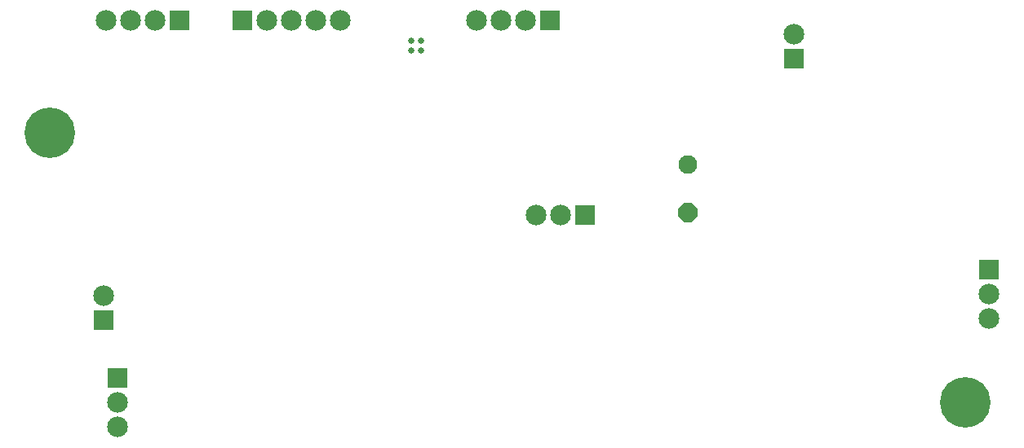
<source format=gbs>
G04*
G04 #@! TF.GenerationSoftware,Altium Limited,Altium Designer,19.1.9 (167)*
G04*
G04 Layer_Color=7477623*
%FSLAX44Y44*%
%MOMM*%
G71*
G01*
G75*
%ADD80C,2.1500*%
%ADD81R,2.1500X2.1500*%
%ADD82P,2.1107X8X112.5*%
%ADD83C,1.9500*%
%ADD84R,2.1500X2.1500*%
%ADD85C,5.2500*%
%ADD86C,0.6500*%
D80*
X513000Y447000D02*
D03*
X538400D02*
D03*
X487600D02*
D03*
X549600Y245000D02*
D03*
X575000D02*
D03*
X1020000Y137100D02*
D03*
Y162500D02*
D03*
X103900Y447000D02*
D03*
X154700D02*
D03*
X129300D02*
D03*
X346800D02*
D03*
X321400D02*
D03*
X270600D02*
D03*
X296000D02*
D03*
X101000Y160700D02*
D03*
X115000Y50000D02*
D03*
Y24600D02*
D03*
X817500Y432700D02*
D03*
D81*
X563800Y447000D02*
D03*
X600400Y245000D02*
D03*
X180100Y447000D02*
D03*
X245200D02*
D03*
D82*
X707500Y247500D02*
D03*
D83*
Y297500D02*
D03*
D84*
X1020000Y187900D02*
D03*
X101000Y135300D02*
D03*
X115000Y75400D02*
D03*
X817500Y407300D02*
D03*
D85*
X995000Y50000D02*
D03*
X45000Y330000D02*
D03*
D86*
X430000Y416000D02*
D03*
X420000D02*
D03*
X430000Y426000D02*
D03*
X420000D02*
D03*
M02*

</source>
